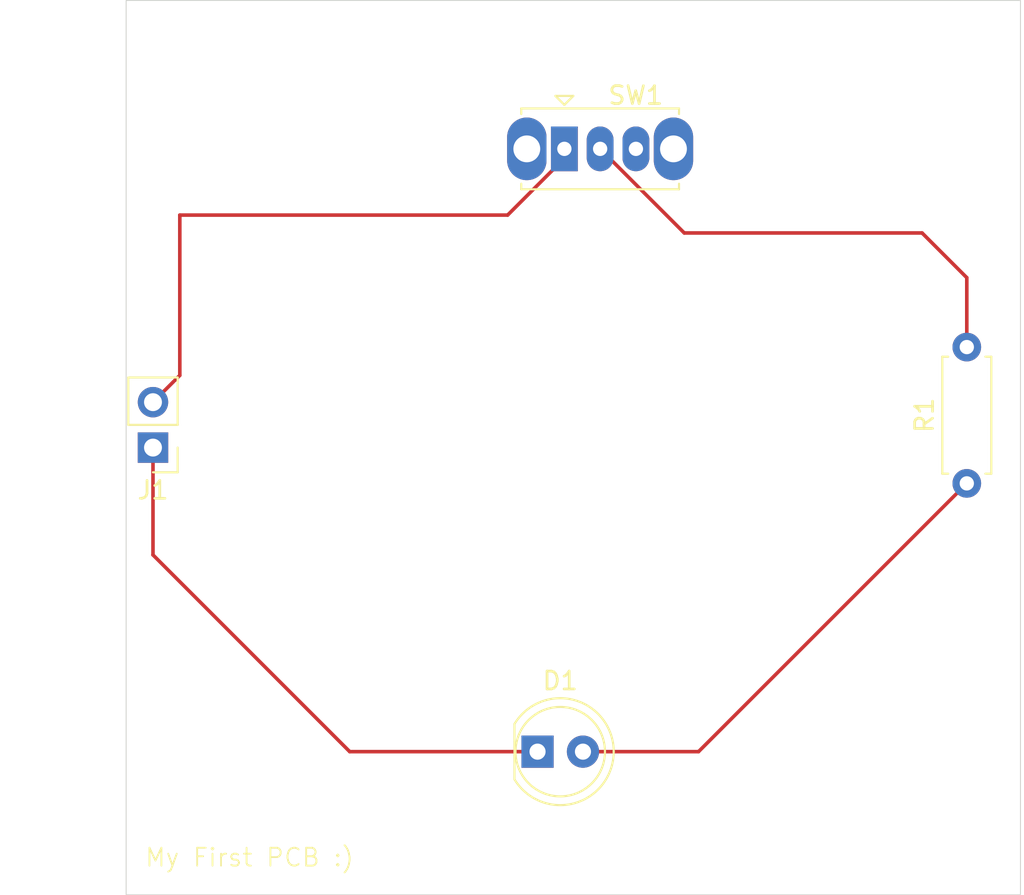
<source format=kicad_pcb>
(kicad_pcb (version 20241229) (generator "pcbnew") (generator_version "9.0")
  (layers (0 "F.Cu" signal) (2 "B.Cu" signal) (13 "F.Paste" user) (15 "B.Paste" user) (5 "F.SilkS" user "F.Silkscreen") (7 "B.SilkS" user "B.Silkscreen") (1 "F.Mask" user) (3 "B.Mask" user) (25 "Edge.Cuts" user))
  (net 0 "")
  (net 1 "GND")
  (net 2 "Net-(D1-A)")
  (net 3 "+5V")
  (net 4 "Net-(SW1-B)")
  (footprint "LED_THT:LED_D5.0mm" (layer "F.Cu") (at 105.5 109.5)
    (property "Reference" "D1" (at 1.27 -3.96 0) (layer "F.SilkS"))
    (property "Value" "LED")
    (fp_line (start -1.29 -1.545) (end -1.29 1.545) (stroke (width 0.12)) (layer "F.SilkS"))
    (fp_arc (start -1.29 -1.54483) (mid 2.071779 -2.880495) (end 4.26 0) (stroke (width 0.12)) (layer "F.SilkS"))
    (fp_arc (start 4.26 0) (mid 2.071779 2.880495) (end -1.29 1.54483) (stroke (width 0.12)) (layer "F.SilkS"))
    (fp_circle (center 1.27 0) (end 3.77 0) (stroke (width 0.12)) (fill no) (layer "F.SilkS"))
    (pad "1" thru_hole rect (at 0 0) (size 1.8 1.8) (drill 0.9) (layers "*.Cu" "*.Mask") (net 1 "GND"))
    (pad "2" thru_hole circle (at 2.54 0) (size 1.8 1.8) (drill 0.9) (layers "*.Cu" "*.Mask") (net 2 "Net-(D1-A)"))
  )
  (footprint "Button_Switch_THT:SW_Slide_SPDT_Straight_CK_OS102011MS2Q" (layer "F.Cu") (at 107 75.7975)
    (property "Reference" "SW1" (at 3.99 -2.99 0) (layer "F.SilkS"))
    (property "Value" "SW_SPST")
    (fp_line (start -2.41 -2.26) (end 6.41 -2.26) (stroke (width 0.12)) (layer "F.SilkS"))
    (fp_line (start -2.41 -1.95) (end -2.41 -2.26) (stroke (width 0.12)) (layer "F.SilkS"))
    (fp_line (start -2.41 2.26) (end -2.41 1.95) (stroke (width 0.12)) (layer "F.SilkS"))
    (fp_line (start -0.5 -2.96) (end 0 -2.46) (stroke (width 0.12)) (layer "F.SilkS"))
    (fp_line (start 0 -2.46) (end 0.5 -2.96) (stroke (width 0.12)) (layer "F.SilkS"))
    (fp_line (start 0.5 -2.96) (end -0.5 -2.96) (stroke (width 0.12)) (layer "F.SilkS"))
    (fp_line (start 6.41 -2.26) (end 6.41 -1.95) (stroke (width 0.12)) (layer "F.SilkS"))
    (fp_line (start 6.41 2.26) (end -2.41 2.26) (stroke (width 0.12)) (layer "F.SilkS"))
    (fp_line (start 6.41 2.26) (end 6.41 1.95) (stroke (width 0.12)) (layer "F.SilkS"))
    (pad "" thru_hole oval (at -2.1 0) (size 2.2 3.5) (drill 1.5) (layers "*.Cu" "*.Mask"))
    (pad "" thru_hole oval (at 6.1 0) (size 2.2 3.5) (drill 1.5) (layers "*.Cu" "*.Mask"))
    (pad "1" thru_hole rect (at 0 0) (size 1.5 2.5) (drill 0.8) (layers "*.Cu" "*.Mask") (net 3 "+5V"))
    (pad "2" thru_hole oval (at 2 0) (size 1.5 2.5) (drill 0.8) (layers "*.Cu" "*.Mask") (net 4 "Net-(SW1-B)"))
    (pad "3" thru_hole oval (at 4 0) (size 1.5 2.5) (drill 0.8) (layers "*.Cu" "*.Mask"))
  )
  (footprint "Resistor_THT:R_Axial_DIN0207_L6.3mm_D2.5mm_P7.62mm_Horizontal" (layer "F.Cu") (at 129.5 94.5 90)
    (property "Reference" "R1" (at 3.81 -2.37 90) (layer "F.SilkS"))
    (property "Value" "R")
    (fp_line (start 7.08 -1.37) (end 7.08 -1.04) (stroke (width 0.12)) (layer "F.SilkS"))
    (fp_line (start 0.54 -1.37) (end 7.08 -1.37) (stroke (width 0.12)) (layer "F.SilkS"))
    (fp_line (start 0.54 -1.04) (end 0.54 -1.37) (stroke (width 0.12)) (layer "F.SilkS"))
    (fp_line (start 0.54 1.04) (end 0.54 1.37) (stroke (width 0.12)) (layer "F.SilkS"))
    (fp_line (start 7.08 1.37) (end 7.08 1.04) (stroke (width 0.12)) (layer "F.SilkS"))
    (fp_line (start 0.54 1.37) (end 7.08 1.37) (stroke (width 0.12)) (layer "F.SilkS"))
    (pad "1" thru_hole circle (at 0 0 90) (size 1.6 1.6) (drill 0.8) (layers "*.Cu" "*.Mask") (net 2 "Net-(D1-A)"))
    (pad "2" thru_hole circle (at 7.62 0 90) (size 1.6 1.6) (drill 0.8) (layers "*.Cu" "*.Mask") (net 4 "Net-(SW1-B)"))
  )
  (footprint "Connector_PinHeader_2.54mm:PinHeader_1x02_P2.54mm_Vertical" (layer "F.Cu") (at 84 92.5 180)
    (property "Reference" "J1" (at 0 -2.38 0) (layer "F.SilkS"))
    (property "Value" "Screw_Terminal_01x02")
    (fp_line (start 1.38 1.27) (end 1.38 3.92) (stroke (width 0.12)) (layer "F.SilkS"))
    (fp_line (start -1.38 3.92) (end 1.38 3.92) (stroke (width 0.12)) (layer "F.SilkS"))
    (fp_line (start -1.38 1.27) (end 1.38 1.27) (stroke (width 0.12)) (layer "F.SilkS"))
    (fp_line (start -1.38 1.27) (end -1.38 3.92) (stroke (width 0.12)) (layer "F.SilkS"))
    (fp_line (start -1.38 0) (end -1.38 -1.38) (stroke (width 0.12)) (layer "F.SilkS"))
    (fp_line (start -1.38 -1.38) (end 0 -1.38) (stroke (width 0.12)) (layer "F.SilkS"))
    (pad "1" thru_hole rect (at 0 0 180) (size 1.7 1.7) (drill 1) (layers "*.Cu" "*.Mask") (net 1 "GND"))
    (pad "2" thru_hole circle (at 0 2.54 180) (size 1.7 1.7) (drill 1) (layers "*.Cu" "*.Mask") (net 3 "+5V"))
  )
  (gr_rect (start 82.5 67.5) (end 132.5 117.5) (stroke (width 0.05)) (fill no) (layer "Edge.Cuts"))
  (gr_text "My First PCB :)" (at 83.5 116 0) (layer "F.SilkS") (effects (font (size 1 1) (thickness 0.1)) (justify left bottom)))
  (segment (start 84 98.5) (end 84 92.5) (width 0.2) (layer "F.Cu") (net 1))
  (segment (start 95 109.5) (end 84 98.5) (width 0.2) (layer "F.Cu") (net 1))
  (segment (start 105.5 109.5) (end 95 109.5) (width 0.2) (layer "F.Cu") (net 1))
  (segment (start 129.5 94.5) (end 114.5 109.5) (width 0.2) (layer "F.Cu") (net 2))
  (segment (start 114.5 109.5) (end 108.04 109.5) (width 0.2) (layer "F.Cu") (net 2))
  (segment (start 107 76.328813) (end 107 75.7975) (width 0.2) (layer "F.Cu") (net 3))
  (segment (start 103.828813 79.5) (end 107 76.328813) (width 0.2) (layer "F.Cu") (net 3))
  (segment (start 85.5 79.5) (end 103.828813 79.5) (width 0.2) (layer "F.Cu") (net 3))
  (segment (start 84 89.96) (end 85.5 88.46) (width 0.2) (layer "F.Cu") (net 3))
  (segment (start 85.5 88.46) (end 85.5 79.5) (width 0.2) (layer "F.Cu") (net 3))
  (segment (start 113.7025 80.5) (end 109 75.7975) (width 0.2) (layer "F.Cu") (net 4))
  (segment (start 127 80.5) (end 129.5 83) (width 0.2) (layer "F.Cu") (net 4))
  (segment (start 129.5 83) (end 129.5 86.88) (width 0.2) (layer "F.Cu") (net 4))
  (segment (start 127 80.5) (end 113.7025 80.5) (width 0.2) (layer "F.Cu") (net 4))
)
</source>
